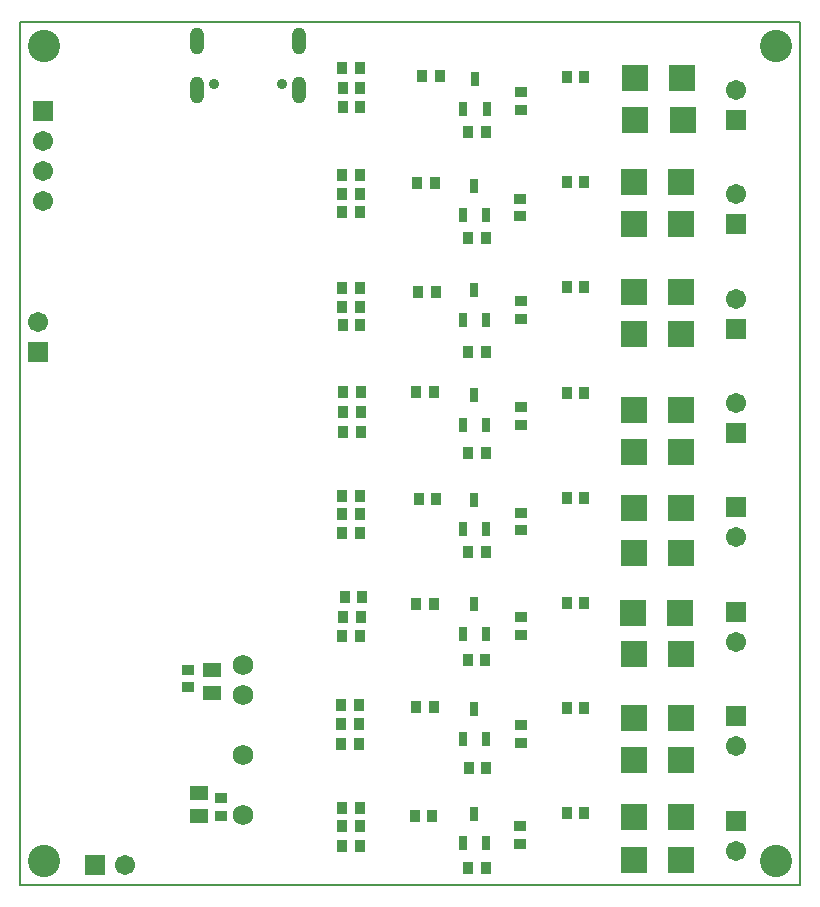
<source format=gbs>
%FSLAX25Y25*%
%MOIN*%
G70*
G01*
G75*
G04 Layer_Color=16711935*
%ADD10C,0.01000*%
%ADD11C,0.00800*%
%ADD12C,0.02000*%
%ADD13R,0.02756X0.03347*%
%ADD14R,0.03937X0.05118*%
%ADD15R,0.07874X0.07874*%
%ADD16R,0.17323X0.17323*%
%ADD17R,0.03937X0.00787*%
%ADD18R,0.00787X0.03937*%
%ADD19O,0.02205X0.06870*%
%ADD20R,0.03347X0.02756*%
%ADD21R,0.01181X0.03937*%
%ADD22R,0.05315X0.02559*%
%ADD23R,0.05118X0.03937*%
%ADD24R,0.09543X0.14252*%
%ADD25R,0.03937X0.02362*%
%ADD26O,0.05500X0.02500*%
%ADD27R,0.05500X0.02500*%
%ADD28R,0.05906X0.02500*%
%ADD29C,0.00500*%
%ADD30C,0.09961*%
%ADD31R,0.05906X0.05906*%
%ADD32C,0.05906*%
%ADD33R,0.05906X0.05906*%
%ADD34O,0.03937X0.08268*%
%ADD35C,0.02638*%
%ADD36C,0.06496*%
%ADD37C,0.02000*%
%ADD38C,0.03000*%
%ADD39R,0.02362X0.03937*%
%ADD40R,0.07874X0.07874*%
%ADD41C,0.01181*%
%ADD42C,0.00700*%
%ADD43C,0.00787*%
%ADD44C,0.00600*%
%ADD45R,0.03556X0.04147*%
%ADD46R,0.04737X0.05918*%
%ADD47R,0.08674X0.08674*%
%ADD48R,0.17717X0.17717*%
%ADD49R,0.04331X0.01181*%
%ADD50R,0.01181X0.04331*%
%ADD51O,0.03005X0.07670*%
%ADD52R,0.04147X0.03556*%
%ADD53R,0.01981X0.04737*%
%ADD54R,0.06115X0.03359*%
%ADD55R,0.05918X0.04737*%
%ADD56R,0.10343X0.15052*%
%ADD57R,0.04737X0.03162*%
%ADD58O,0.06300X0.03300*%
%ADD59R,0.06300X0.03300*%
%ADD60R,0.06706X0.03300*%
%ADD61C,0.10761*%
%ADD62R,0.06706X0.06706*%
%ADD63C,0.06706*%
%ADD64R,0.06706X0.06706*%
%ADD65O,0.04737X0.09068*%
%ADD66C,0.03438*%
%ADD67C,0.06890*%
%ADD68R,0.03162X0.04737*%
%ADD69R,0.08674X0.08674*%
D29*
X-259842Y287402D02*
X0D01*
Y0D02*
Y287402D01*
X-259842Y0D02*
X0D01*
X-259842D02*
Y287402D01*
D45*
X-127100Y128700D02*
D03*
X-121195D02*
D03*
X-77700Y128971D02*
D03*
X-71794D02*
D03*
X-77700Y93914D02*
D03*
X-71794D02*
D03*
X-128000Y93500D02*
D03*
X-122095D02*
D03*
X-128400Y22800D02*
D03*
X-122494D02*
D03*
X-77700Y23800D02*
D03*
X-71794D02*
D03*
X-77700Y58857D02*
D03*
X-71794D02*
D03*
X-128000Y59200D02*
D03*
X-122095D02*
D03*
X-120095Y269700D02*
D03*
X-126000D02*
D03*
X-71794Y269200D02*
D03*
X-77700D02*
D03*
X-71794Y234143D02*
D03*
X-77700D02*
D03*
X-121695Y233900D02*
D03*
X-127600D02*
D03*
X-121294Y197400D02*
D03*
X-127200D02*
D03*
X-71794Y199086D02*
D03*
X-77700D02*
D03*
X-121994Y164100D02*
D03*
X-127900D02*
D03*
X-71794Y164029D02*
D03*
X-77700D02*
D03*
X-104595Y5500D02*
D03*
X-110500D02*
D03*
X-104495Y38900D02*
D03*
X-110400D02*
D03*
X-152600Y25500D02*
D03*
X-146695D02*
D03*
Y19500D02*
D03*
X-152600D02*
D03*
X-146695Y12900D02*
D03*
X-152600D02*
D03*
X-146994Y46800D02*
D03*
X-152900D02*
D03*
X-146994Y53500D02*
D03*
X-152900D02*
D03*
Y59900D02*
D03*
X-146994D02*
D03*
X-104795Y74800D02*
D03*
X-110700D02*
D03*
X-146695Y83000D02*
D03*
X-152600D02*
D03*
X-146395Y89300D02*
D03*
X-152300D02*
D03*
X-151700Y95800D02*
D03*
X-145794D02*
D03*
X-104595Y110900D02*
D03*
X-110500D02*
D03*
X-146595Y117300D02*
D03*
X-152500D02*
D03*
X-146695Y123500D02*
D03*
X-152600D02*
D03*
Y129700D02*
D03*
X-146695D02*
D03*
X-104595Y144000D02*
D03*
X-110500D02*
D03*
X-152206Y150800D02*
D03*
X-146300D02*
D03*
X-152206Y157700D02*
D03*
X-146300D02*
D03*
Y164100D02*
D03*
X-152206D02*
D03*
X-104595Y177400D02*
D03*
X-110500D02*
D03*
X-152400Y186400D02*
D03*
X-146494D02*
D03*
X-152600Y192700D02*
D03*
X-146695D02*
D03*
X-146595Y199000D02*
D03*
X-152500D02*
D03*
X-104595Y215700D02*
D03*
X-110500D02*
D03*
X-152600Y224100D02*
D03*
X-146695D02*
D03*
X-152600Y230100D02*
D03*
X-146695D02*
D03*
Y236400D02*
D03*
X-152600D02*
D03*
X-104595Y251000D02*
D03*
X-110500D02*
D03*
X-152400Y259300D02*
D03*
X-146494D02*
D03*
X-152400Y265500D02*
D03*
X-146494D02*
D03*
X-146695Y272100D02*
D03*
X-152600D02*
D03*
D52*
X-92900Y118095D02*
D03*
Y124000D02*
D03*
X-93200Y13595D02*
D03*
Y19500D02*
D03*
X-93100Y47295D02*
D03*
Y53200D02*
D03*
X-93000Y258194D02*
D03*
Y264100D02*
D03*
Y83195D02*
D03*
Y89100D02*
D03*
Y153194D02*
D03*
Y159100D02*
D03*
X-93100Y188695D02*
D03*
Y194600D02*
D03*
X-93200Y222795D02*
D03*
Y228700D02*
D03*
X-204100Y65794D02*
D03*
Y71700D02*
D03*
X-193100Y28905D02*
D03*
Y23000D02*
D03*
D55*
X-196000Y63726D02*
D03*
Y71600D02*
D03*
X-200400Y30674D02*
D03*
Y22800D02*
D03*
D61*
X-251969Y7874D02*
D03*
Y279528D02*
D03*
X-7874D02*
D03*
Y7874D02*
D03*
D62*
X-21400Y56114D02*
D03*
Y125743D02*
D03*
Y21300D02*
D03*
Y90929D02*
D03*
Y150557D02*
D03*
Y255000D02*
D03*
Y185371D02*
D03*
X-254100Y177500D02*
D03*
X-252200Y257800D02*
D03*
X-21400Y220186D02*
D03*
D63*
Y46114D02*
D03*
Y115743D02*
D03*
Y11300D02*
D03*
Y80929D02*
D03*
Y160557D02*
D03*
Y265000D02*
D03*
Y195371D02*
D03*
X-254100Y187500D02*
D03*
X-252200Y247800D02*
D03*
Y237800D02*
D03*
Y227800D02*
D03*
X-21400Y230186D02*
D03*
X-225000Y6700D02*
D03*
D64*
X-235000D02*
D03*
D65*
X-166992Y281238D02*
D03*
Y264900D02*
D03*
X-201008Y281238D02*
D03*
Y264900D02*
D03*
D66*
X-195378Y266868D02*
D03*
X-172622D02*
D03*
D67*
X-185600Y73300D02*
D03*
Y63300D02*
D03*
Y43300D02*
D03*
Y23300D02*
D03*
D68*
X-104500Y83571D02*
D03*
X-108437Y93414D02*
D03*
X-112374Y83571D02*
D03*
X-104500Y118457D02*
D03*
X-108437Y128300D02*
D03*
X-112374Y118457D02*
D03*
X-104500Y13800D02*
D03*
X-108437Y23642D02*
D03*
X-112374Y13800D02*
D03*
X-104500Y48686D02*
D03*
X-108437Y58528D02*
D03*
X-112374Y48686D02*
D03*
X-104400Y258700D02*
D03*
X-108337Y268543D02*
D03*
X-112274Y258700D02*
D03*
X-104500Y223114D02*
D03*
X-108437Y232957D02*
D03*
X-112374Y223114D02*
D03*
X-104500Y188228D02*
D03*
X-108437Y198071D02*
D03*
X-112374Y188228D02*
D03*
X-104500Y153343D02*
D03*
X-108437Y163185D02*
D03*
X-112374Y153343D02*
D03*
D69*
X-39452Y22600D02*
D03*
X-55200D02*
D03*
X-39452Y55500D02*
D03*
X-55200D02*
D03*
X-39452Y234200D02*
D03*
X-55200D02*
D03*
X-39452Y197600D02*
D03*
X-55200D02*
D03*
X-39452Y158300D02*
D03*
X-55200D02*
D03*
X-39452Y125600D02*
D03*
X-55200D02*
D03*
X-39952Y90400D02*
D03*
X-55700D02*
D03*
X-39352Y268800D02*
D03*
X-55100D02*
D03*
X-39052Y255000D02*
D03*
X-54800D02*
D03*
X-39452Y220200D02*
D03*
X-55200D02*
D03*
X-39452Y183700D02*
D03*
X-55200D02*
D03*
X-39452Y144300D02*
D03*
X-55200D02*
D03*
X-39452Y110400D02*
D03*
X-55200D02*
D03*
X-39452Y77000D02*
D03*
X-55200D02*
D03*
X-39452Y41700D02*
D03*
X-55200D02*
D03*
X-39452Y8100D02*
D03*
X-55200D02*
D03*
M02*

</source>
